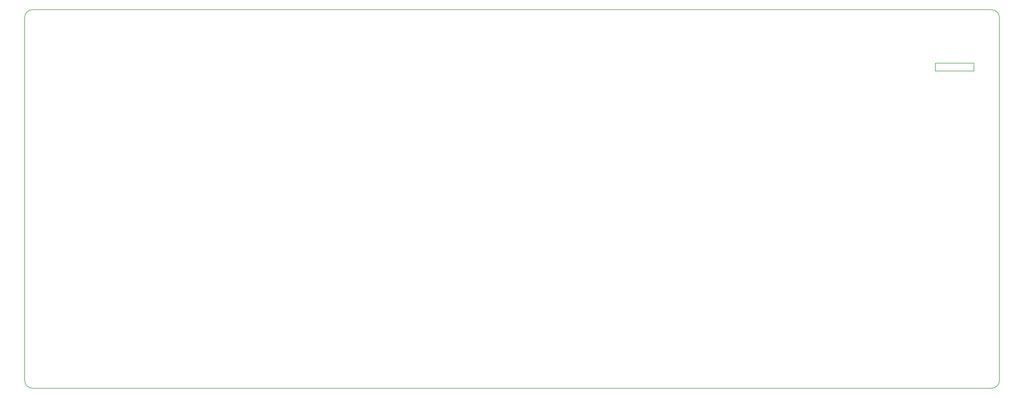
<source format=gbr>
%TF.GenerationSoftware,KiCad,Pcbnew,8.0.2-1*%
%TF.CreationDate,2024-08-02T01:43:08+02:00*%
%TF.ProjectId,keyboard,6b657962-6f61-4726-942e-6b696361645f,1.0*%
%TF.SameCoordinates,Original*%
%TF.FileFunction,Profile,NP*%
%FSLAX46Y46*%
G04 Gerber Fmt 4.6, Leading zero omitted, Abs format (unit mm)*
G04 Created by KiCad (PCBNEW 8.0.2-1) date 2024-08-02 01:43:08*
%MOMM*%
%LPD*%
G01*
G04 APERTURE LIST*
%TA.AperFunction,Profile*%
%ADD10C,0.200000*%
%TD*%
G04 APERTURE END LIST*
D10*
X55377767Y-204875000D02*
G75*
G02*
X52877800Y-202375000I33J2500000D01*
G01*
X365177767Y-82575000D02*
X55377767Y-82575000D01*
X367677767Y-202375000D02*
G75*
G02*
X365177767Y-204875067I-2500067J0D01*
G01*
X52877767Y-85075000D02*
G75*
G02*
X55377767Y-82575067I2499933J0D01*
G01*
X210277767Y-204875000D02*
X365177767Y-204875000D01*
X55377767Y-204875000D02*
X210277767Y-204875000D01*
X347000000Y-99800000D02*
X359400000Y-99800000D01*
X359400000Y-102400000D01*
X347000000Y-102400000D01*
X347000000Y-99800000D01*
X52877767Y-85075000D02*
X52877767Y-202375000D01*
X365177767Y-82575000D02*
G75*
G02*
X367677800Y-85075000I33J-2500000D01*
G01*
X367677767Y-202375000D02*
X367677767Y-85075000D01*
M02*

</source>
